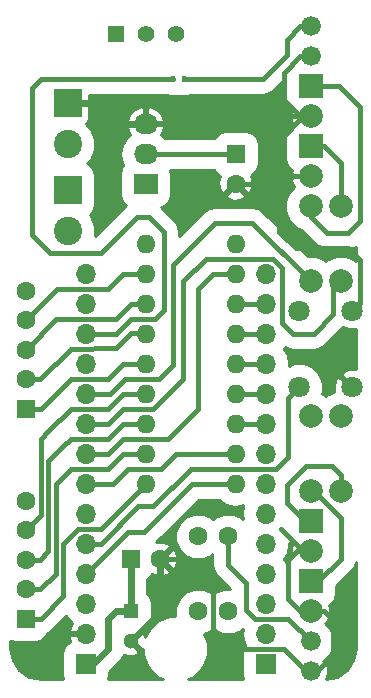
<source format=gbl>
G04 #@! TF.FileFunction,Copper,L2,Bot,Signal*
%FSLAX46Y46*%
G04 Gerber Fmt 4.6, Leading zero omitted, Abs format (unit mm)*
G04 Created by KiCad (PCBNEW 4.0.6) date 11/20/19 08:45:12*
%MOMM*%
%LPD*%
G01*
G04 APERTURE LIST*
%ADD10C,0.100000*%
%ADD11C,1.676400*%
%ADD12C,2.000000*%
%ADD13R,2.000000X2.000000*%
%ADD14R,1.600000X1.600000*%
%ADD15C,1.600000*%
%ADD16R,1.700000X1.700000*%
%ADD17O,1.700000X1.700000*%
%ADD18R,1.300000X1.300000*%
%ADD19C,1.300000*%
%ADD20O,1.600000X1.600000*%
%ADD21R,2.032000X1.727200*%
%ADD22O,2.032000X1.727200*%
%ADD23R,1.397000X1.397000*%
%ADD24C,1.397000*%
%ADD25C,2.400000*%
%ADD26R,2.400000X2.400000*%
%ADD27C,1.998980*%
%ADD28C,1.800000*%
%ADD29R,0.400000X0.600000*%
%ADD30C,0.406400*%
%ADD31C,0.609600*%
%ADD32C,0.254000*%
G04 APERTURE END LIST*
D10*
D11*
X148590000Y-116205000D03*
X148590000Y-113665000D03*
D12*
X148590000Y-106045000D03*
D13*
X148590000Y-103505000D03*
D14*
X124460000Y-111760000D03*
D15*
X124460000Y-109260000D03*
X124460000Y-106760000D03*
X124460000Y-104260000D03*
X124460000Y-101760000D03*
D14*
X133350000Y-106680000D03*
D15*
X135850000Y-106680000D03*
D16*
X144780000Y-115570000D03*
D17*
X144780000Y-113030000D03*
X144780000Y-110490000D03*
X144780000Y-107950000D03*
X144780000Y-105410000D03*
X144780000Y-102870000D03*
X144780000Y-100330000D03*
X144780000Y-97790000D03*
X144780000Y-95250000D03*
X144780000Y-92710000D03*
X144780000Y-90170000D03*
X144780000Y-87630000D03*
X144780000Y-85090000D03*
X144780000Y-82550000D03*
D18*
X133350000Y-111125000D03*
D19*
X133350000Y-113625000D03*
D20*
X142240000Y-100330000D03*
X142240000Y-97790000D03*
X142240000Y-95250000D03*
X142240000Y-92710000D03*
X142240000Y-90170000D03*
X142240000Y-87630000D03*
X142240000Y-85090000D03*
X142240000Y-82550000D03*
X142240000Y-80010000D03*
X134620000Y-80010000D03*
X134620000Y-82550000D03*
X134620000Y-85090000D03*
X134620000Y-87630000D03*
X134620000Y-90170000D03*
X134620000Y-92710000D03*
X134620000Y-95250000D03*
X134620000Y-97790000D03*
X134620000Y-100330000D03*
D14*
X124460000Y-93980000D03*
D15*
X124460000Y-91480000D03*
X124460000Y-88980000D03*
X124460000Y-86480000D03*
X124460000Y-83980000D03*
X142240000Y-74890000D03*
D14*
X142240000Y-72390000D03*
D21*
X134620000Y-74930000D03*
D22*
X134620000Y-72390000D03*
X134620000Y-69850000D03*
D23*
X132080000Y-62230000D03*
D24*
X134620000Y-62230000D03*
X137160000Y-62230000D03*
D25*
X128016000Y-71572000D03*
D26*
X128016000Y-68072000D03*
D25*
X128016000Y-78938000D03*
D26*
X128016000Y-75438000D03*
D12*
X148590000Y-74295000D03*
D13*
X148590000Y-71755000D03*
D27*
X148590000Y-94615000D03*
X148590000Y-100965000D03*
X151130000Y-83185000D03*
X151130000Y-76835000D03*
X151130000Y-94615000D03*
X151130000Y-100965000D03*
X148590000Y-83185000D03*
X148590000Y-76835000D03*
D15*
X141605000Y-111125000D03*
X141605000Y-104775000D03*
X139065000Y-111125000D03*
X139065000Y-104775000D03*
D28*
X147610000Y-85650000D03*
X152110000Y-85650000D03*
X147610000Y-92150000D03*
X152110000Y-92150000D03*
D16*
X129540000Y-115570000D03*
D17*
X129540000Y-113030000D03*
X129540000Y-110490000D03*
X129540000Y-107950000D03*
X129540000Y-105410000D03*
X129540000Y-102870000D03*
X129540000Y-100330000D03*
X129540000Y-97790000D03*
X129540000Y-95250000D03*
X129540000Y-92710000D03*
X129540000Y-90170000D03*
X129540000Y-87630000D03*
X129540000Y-85090000D03*
X129540000Y-82550000D03*
D29*
X136964000Y-66040000D03*
X137864000Y-66040000D03*
D12*
X148590000Y-111125000D03*
D13*
X148590000Y-108585000D03*
D12*
X148590000Y-69215000D03*
D13*
X148590000Y-66675000D03*
D11*
X148590000Y-64135000D03*
X148590000Y-61595000D03*
D30*
X142240000Y-74890000D02*
X143677000Y-74890000D01*
X143677000Y-74890000D02*
X145542000Y-73025000D01*
X148590000Y-116205000D02*
X148209000Y-116205000D01*
X148209000Y-116205000D02*
X146304000Y-114300000D01*
X137795000Y-106680000D02*
X135850000Y-106680000D01*
X140335000Y-109220000D02*
X137795000Y-106680000D01*
X140335000Y-112649000D02*
X140335000Y-109220000D01*
X141986000Y-114300000D02*
X140335000Y-112649000D01*
X146304000Y-114300000D02*
X141986000Y-114300000D01*
X134620000Y-69850000D02*
X146050000Y-69850000D01*
X146685000Y-69215000D02*
X148590000Y-69215000D01*
X146050000Y-69850000D02*
X146685000Y-69215000D01*
X148590000Y-106045000D02*
X147955000Y-106045000D01*
X147955000Y-106045000D02*
X146050000Y-104140000D01*
X148590000Y-116205000D02*
X149098000Y-116205000D01*
X149098000Y-116205000D02*
X150495000Y-114808000D01*
X150495000Y-114808000D02*
X150495000Y-111887000D01*
X150495000Y-111887000D02*
X149733000Y-111125000D01*
X149733000Y-111125000D02*
X148590000Y-111125000D01*
X148590000Y-69215000D02*
X147701000Y-69215000D01*
X147701000Y-69215000D02*
X146304000Y-67818000D01*
X147701000Y-64135000D02*
X148590000Y-64135000D01*
X146304000Y-65532000D02*
X147701000Y-64135000D01*
X146304000Y-67818000D02*
X146304000Y-65532000D01*
X147066000Y-74295000D02*
X145923000Y-75438000D01*
X152781000Y-84979000D02*
X152110000Y-85650000D01*
X152781000Y-81407000D02*
X152781000Y-84979000D01*
X151765000Y-80391000D02*
X152781000Y-81407000D01*
X147320000Y-80391000D02*
X151765000Y-80391000D01*
X145923000Y-78994000D02*
X147320000Y-80391000D01*
X145923000Y-75438000D02*
X145923000Y-78994000D01*
X148590000Y-69215000D02*
X147955000Y-69215000D01*
X147955000Y-69215000D02*
X145796000Y-71374000D01*
X147066000Y-74295000D02*
X148590000Y-74295000D01*
X145796000Y-73025000D02*
X147066000Y-74295000D01*
X145796000Y-71374000D02*
X145796000Y-73025000D01*
X148590000Y-111125000D02*
X147701000Y-111125000D01*
X147701000Y-111125000D02*
X146685000Y-110109000D01*
X147447000Y-106045000D02*
X148590000Y-106045000D01*
X146685000Y-106807000D02*
X147447000Y-106045000D01*
X146685000Y-110109000D02*
X146685000Y-106807000D01*
D31*
X133350000Y-113625000D02*
X133390000Y-113625000D01*
X133390000Y-113625000D02*
X135850000Y-111165000D01*
X135850000Y-111165000D02*
X135850000Y-106680000D01*
X134620000Y-69850000D02*
X132715000Y-69850000D01*
X132715000Y-69850000D02*
X130937000Y-68072000D01*
X130937000Y-68072000D02*
X128016000Y-68072000D01*
D30*
X129540000Y-100330000D02*
X131826000Y-100330000D01*
X137160000Y-97790000D02*
X142240000Y-97790000D01*
X135890000Y-99060000D02*
X137160000Y-97790000D01*
X133096000Y-99060000D02*
X135890000Y-99060000D01*
X131826000Y-100330000D02*
X133096000Y-99060000D01*
X146685000Y-95885000D02*
X146685000Y-98044000D01*
X146685000Y-95885000D02*
X146685000Y-93075000D01*
X147610000Y-92150000D02*
X146685000Y-93075000D01*
X145669000Y-99060000D02*
X138430000Y-99060000D01*
X146685000Y-98044000D02*
X145669000Y-99060000D01*
X129540000Y-105410000D02*
X130810000Y-105410000D01*
X135255000Y-102235000D02*
X138430000Y-99060000D01*
X133985000Y-102235000D02*
X135255000Y-102235000D01*
X130810000Y-105410000D02*
X133985000Y-102235000D01*
X129540000Y-107950000D02*
X133096000Y-104394000D01*
X138557000Y-100330000D02*
X142240000Y-100330000D01*
X134493000Y-104394000D02*
X138557000Y-100330000D01*
X133096000Y-104394000D02*
X134493000Y-104394000D01*
X127000000Y-104140000D02*
X127000000Y-107950000D01*
X134620000Y-97790000D02*
X132715000Y-97790000D01*
X127000000Y-102870000D02*
X127000000Y-104140000D01*
X127000000Y-100330000D02*
X127000000Y-102870000D01*
X128270000Y-99060000D02*
X127000000Y-100330000D01*
X131445000Y-99060000D02*
X128270000Y-99060000D01*
X132715000Y-97790000D02*
X131445000Y-99060000D01*
X125690000Y-109260000D02*
X124460000Y-109260000D01*
X127000000Y-107950000D02*
X125690000Y-109260000D01*
X130810000Y-104140000D02*
X128905000Y-104140000D01*
X132080000Y-102870000D02*
X130810000Y-104140000D01*
X134620000Y-100330000D02*
X132080000Y-102870000D01*
X125730000Y-111760000D02*
X124460000Y-111760000D01*
X127635000Y-109855000D02*
X125730000Y-111760000D01*
X127635000Y-105410000D02*
X127635000Y-109855000D01*
X128270000Y-104775000D02*
X127635000Y-105410000D01*
X128905000Y-104140000D02*
X128270000Y-104775000D01*
X124460000Y-91480000D02*
X125690000Y-91480000D01*
X133413500Y-87566500D02*
X134620000Y-87630000D01*
X132143500Y-88836500D02*
X133413500Y-87566500D01*
X128270000Y-88900000D02*
X132143500Y-88836500D01*
X125690000Y-91480000D02*
X128270000Y-88900000D01*
X124500000Y-91440000D02*
X124460000Y-91480000D01*
X124500000Y-91440000D02*
X124460000Y-91480000D01*
X134620000Y-90170000D02*
X132715000Y-90170000D01*
X125730000Y-93980000D02*
X124460000Y-93980000D01*
X128270000Y-91440000D02*
X125730000Y-93980000D01*
X131445000Y-91440000D02*
X128270000Y-91440000D01*
X132715000Y-90170000D02*
X131445000Y-91440000D01*
X126365000Y-103505000D02*
X126365000Y-106045000D01*
X126365000Y-102235000D02*
X126365000Y-103505000D01*
X125650000Y-106760000D02*
X124460000Y-106760000D01*
X126365000Y-106045000D02*
X125650000Y-106760000D01*
X124460000Y-106680000D02*
X124460000Y-106720000D01*
X124460000Y-106680000D02*
X124460000Y-106720000D01*
X127635000Y-97155000D02*
X126365000Y-98425000D01*
X132715000Y-95250000D02*
X131445000Y-96520000D01*
X131445000Y-96520000D02*
X128270000Y-96520000D01*
X128270000Y-96520000D02*
X127635000Y-97155000D01*
X134620000Y-95250000D02*
X132715000Y-95250000D01*
X126365000Y-98425000D02*
X126365000Y-102235000D01*
X126365000Y-102235000D02*
X126365000Y-102315000D01*
X125730000Y-100965000D02*
X125730000Y-102990000D01*
X125730000Y-96520000D02*
X125730000Y-99695000D01*
X125730000Y-99695000D02*
X125730000Y-100965000D01*
X134620000Y-92710000D02*
X132715000Y-92710000D01*
X126365000Y-95885000D02*
X125730000Y-96520000D01*
X125730000Y-102990000D02*
X124460000Y-104260000D01*
X124460000Y-104140000D02*
X124460000Y-104220000D01*
X128270000Y-93980000D02*
X126365000Y-95885000D01*
X131445000Y-93980000D02*
X128270000Y-93980000D01*
X132715000Y-92710000D02*
X131445000Y-93980000D01*
X134620000Y-85090000D02*
X133350000Y-85090000D01*
X127080000Y-86360000D02*
X124460000Y-88980000D01*
X132080000Y-86360000D02*
X127080000Y-86360000D01*
X133350000Y-85090000D02*
X132080000Y-86360000D01*
X134620000Y-82550000D02*
X132715000Y-82550000D01*
X127120000Y-83820000D02*
X124460000Y-86480000D01*
X131445000Y-83820000D02*
X127120000Y-83820000D01*
X132715000Y-82550000D02*
X131445000Y-83820000D01*
X142240000Y-95250000D02*
X144780000Y-95250000D01*
X142240000Y-92710000D02*
X144780000Y-92710000D01*
X129540000Y-92710000D02*
X131572000Y-92710000D01*
X143637000Y-78232000D02*
X148590000Y-83185000D01*
X140462000Y-78232000D02*
X143637000Y-78232000D01*
X136906000Y-81788000D02*
X140462000Y-78232000D01*
X136906000Y-90297000D02*
X136906000Y-81788000D01*
X135763000Y-91440000D02*
X136906000Y-90297000D01*
X132842000Y-91440000D02*
X135763000Y-91440000D01*
X131572000Y-92710000D02*
X132842000Y-91440000D01*
X148590000Y-83185000D02*
X148590000Y-83693000D01*
X148590000Y-82550000D02*
X148590000Y-83185000D01*
X149225000Y-108585000D02*
X151130000Y-106680000D01*
X151130000Y-103251000D02*
X148844000Y-100965000D01*
X151130000Y-106680000D02*
X151130000Y-103251000D01*
X148590000Y-108585000D02*
X149225000Y-108585000D01*
X148844000Y-100965000D02*
X148590000Y-100965000D01*
X151130000Y-76835000D02*
X151130000Y-73152000D01*
X149733000Y-71755000D02*
X148590000Y-71755000D01*
X151130000Y-73152000D02*
X149733000Y-71755000D01*
X148590000Y-103505000D02*
X148082000Y-103505000D01*
X148082000Y-103505000D02*
X146558000Y-101981000D01*
X146558000Y-101981000D02*
X146558000Y-100457000D01*
X146558000Y-100457000D02*
X148209000Y-98806000D01*
X148209000Y-98806000D02*
X150368000Y-98806000D01*
X150368000Y-98806000D02*
X151130000Y-99568000D01*
X151130000Y-99568000D02*
X151130000Y-100965000D01*
X148590000Y-76835000D02*
X148590000Y-77724000D01*
X148590000Y-77724000D02*
X149987000Y-79121000D01*
X149987000Y-79121000D02*
X151765000Y-79121000D01*
X151765000Y-79121000D02*
X152781000Y-78105000D01*
X152781000Y-78105000D02*
X152781000Y-68453000D01*
X152781000Y-68453000D02*
X151003000Y-66675000D01*
X151003000Y-66675000D02*
X148590000Y-66675000D01*
X129540000Y-97790000D02*
X131445000Y-97790000D01*
X140335000Y-82550000D02*
X142240000Y-82550000D01*
X139065000Y-83820000D02*
X140335000Y-82550000D01*
X139065000Y-93980000D02*
X139065000Y-83820000D01*
X136525000Y-96520000D02*
X139065000Y-93980000D01*
X132715000Y-96520000D02*
X136525000Y-96520000D01*
X131445000Y-97790000D02*
X132715000Y-96520000D01*
X141605000Y-104775000D02*
X141605000Y-107188000D01*
X146685000Y-111760000D02*
X148590000Y-113665000D01*
X143891000Y-111760000D02*
X146685000Y-111760000D01*
X143129000Y-110998000D02*
X143891000Y-111760000D01*
X143129000Y-108712000D02*
X143129000Y-110998000D01*
X141605000Y-107188000D02*
X143129000Y-108712000D01*
X147701000Y-61595000D02*
X148590000Y-61595000D01*
X147701000Y-61595000D02*
X146558000Y-62738000D01*
X146558000Y-62738000D02*
X146558000Y-64008000D01*
X137864000Y-66040000D02*
X144526000Y-66040000D01*
X146558000Y-64008000D02*
X144526000Y-66040000D01*
X134620000Y-72390000D02*
X142240000Y-72390000D01*
D31*
X133350000Y-111125000D02*
X133350000Y-106680000D01*
X129540000Y-115570000D02*
X130175000Y-115570000D01*
X130175000Y-115570000D02*
X131445000Y-114300000D01*
X132080000Y-111125000D02*
X133350000Y-111125000D01*
X131445000Y-111760000D02*
X132080000Y-111125000D01*
X131445000Y-114300000D02*
X131445000Y-111760000D01*
D30*
X142240000Y-90170000D02*
X144780000Y-90170000D01*
X142240000Y-87630000D02*
X144780000Y-87630000D01*
X142240000Y-85090000D02*
X144780000Y-85090000D01*
X139700000Y-81280000D02*
X145415000Y-81280000D01*
X131445000Y-95250000D02*
X132715000Y-93980000D01*
X132715000Y-93980000D02*
X135255000Y-93980000D01*
X135255000Y-93980000D02*
X137795000Y-91440000D01*
X137795000Y-91440000D02*
X137795000Y-83185000D01*
X137795000Y-83185000D02*
X139700000Y-81280000D01*
X129540000Y-95250000D02*
X131445000Y-95250000D01*
X150495000Y-85979000D02*
X150495000Y-83820000D01*
X148844000Y-87630000D02*
X150495000Y-85979000D01*
X147066000Y-87630000D02*
X148844000Y-87630000D01*
X146177000Y-86741000D02*
X147066000Y-87630000D01*
X146177000Y-82042000D02*
X146177000Y-86741000D01*
X145415000Y-81280000D02*
X146177000Y-82042000D01*
X150495000Y-83820000D02*
X151130000Y-83185000D01*
X151130000Y-82550000D02*
X151130000Y-83185000D01*
X125730000Y-66040000D02*
X124968000Y-66802000D01*
X124968000Y-66802000D02*
X124968000Y-79248000D01*
X124968000Y-79248000D02*
X126492000Y-80772000D01*
X126492000Y-80772000D02*
X130810000Y-80772000D01*
X130810000Y-80772000D02*
X133858000Y-77724000D01*
X133858000Y-77724000D02*
X134874000Y-77724000D01*
X134874000Y-77724000D02*
X136144000Y-78994000D01*
X136144000Y-78994000D02*
X136144000Y-85598000D01*
X136144000Y-85598000D02*
X135382000Y-86360000D01*
X135382000Y-86360000D02*
X133350000Y-86360000D01*
X125730000Y-66040000D02*
X136964000Y-66040000D01*
X129540000Y-87630000D02*
X132080000Y-87630000D01*
X133350000Y-86360000D02*
X132080000Y-87630000D01*
D32*
G36*
X140512017Y-112757678D02*
X141220014Y-113051665D01*
X141986622Y-113052334D01*
X142695132Y-112759584D01*
X142848513Y-112606470D01*
X142764268Y-113030000D01*
X142914758Y-113786565D01*
X143057656Y-114000426D01*
X142871452Y-114272944D01*
X142780921Y-114720000D01*
X142780921Y-116420000D01*
X142859506Y-116837641D01*
X142871320Y-116856000D01*
X138180516Y-116856000D01*
X138716846Y-116634393D01*
X139491672Y-115860918D01*
X139911521Y-114849808D01*
X139912477Y-113754995D01*
X139596547Y-112990386D01*
X140155132Y-112759584D01*
X140334839Y-112580190D01*
X140512017Y-112757678D01*
X140512017Y-112757678D01*
G37*
X140512017Y-112757678D02*
X141220014Y-113051665D01*
X141986622Y-113052334D01*
X142695132Y-112759584D01*
X142848513Y-112606470D01*
X142764268Y-113030000D01*
X142914758Y-113786565D01*
X143057656Y-114000426D01*
X142871452Y-114272944D01*
X142780921Y-114720000D01*
X142780921Y-116420000D01*
X142859506Y-116837641D01*
X142871320Y-116856000D01*
X138180516Y-116856000D01*
X138716846Y-116634393D01*
X139491672Y-115860918D01*
X139911521Y-114849808D01*
X139912477Y-113754995D01*
X139596547Y-112990386D01*
X140155132Y-112759584D01*
X140334839Y-112580190D01*
X140512017Y-112757678D01*
G36*
X133543748Y-113610858D02*
X133529605Y-113625000D01*
X134249016Y-114344410D01*
X134407994Y-114306022D01*
X134407523Y-114845005D01*
X134825607Y-115856846D01*
X135599082Y-116631672D01*
X136139325Y-116856000D01*
X131450787Y-116856000D01*
X131539079Y-116420000D01*
X131539079Y-116230791D01*
X132457435Y-115312436D01*
X132767811Y-114847927D01*
X132779892Y-114787190D01*
X133169078Y-114922622D01*
X133679428Y-114893083D01*
X134013729Y-114754611D01*
X134069410Y-114524016D01*
X133350000Y-113804605D01*
X133335858Y-113818748D01*
X133156253Y-113639143D01*
X133170395Y-113625000D01*
X133156253Y-113610858D01*
X133335858Y-113431252D01*
X133350000Y-113445395D01*
X133364142Y-113431252D01*
X133543748Y-113610858D01*
X133543748Y-113610858D01*
G37*
X133543748Y-113610858D02*
X133529605Y-113625000D01*
X134249016Y-114344410D01*
X134407994Y-114306022D01*
X134407523Y-114845005D01*
X134825607Y-115856846D01*
X135599082Y-116631672D01*
X136139325Y-116856000D01*
X131450787Y-116856000D01*
X131539079Y-116420000D01*
X131539079Y-116230791D01*
X132457435Y-115312436D01*
X132767811Y-114847927D01*
X132779892Y-114787190D01*
X133169078Y-114922622D01*
X133679428Y-114893083D01*
X134013729Y-114754611D01*
X134069410Y-114524016D01*
X133350000Y-113804605D01*
X133335858Y-113818748D01*
X133156253Y-113639143D01*
X133170395Y-113625000D01*
X133156253Y-113610858D01*
X133335858Y-113431252D01*
X133350000Y-113445395D01*
X133364142Y-113431252D01*
X133543748Y-113610858D01*
G36*
X128103318Y-111887950D02*
X128418373Y-112098463D01*
X128268355Y-112263076D01*
X128098524Y-112673110D01*
X128219845Y-112903000D01*
X129413000Y-112903000D01*
X129413000Y-112883000D01*
X129667000Y-112883000D01*
X129667000Y-112903000D01*
X129687000Y-112903000D01*
X129687000Y-113157000D01*
X129667000Y-113157000D01*
X129667000Y-113177000D01*
X129413000Y-113177000D01*
X129413000Y-113157000D01*
X128219845Y-113157000D01*
X128098524Y-113386890D01*
X128220988Y-113682562D01*
X127888781Y-113896331D01*
X127631452Y-114272944D01*
X127540921Y-114720000D01*
X127540921Y-116420000D01*
X127619506Y-116837641D01*
X127631320Y-116856000D01*
X125853509Y-116856000D01*
X124761262Y-116638739D01*
X123940007Y-116089993D01*
X123391262Y-115268738D01*
X123174000Y-114176491D01*
X123174000Y-113591939D01*
X123212944Y-113618548D01*
X123660000Y-113709079D01*
X125260000Y-113709079D01*
X125677641Y-113630494D01*
X126061219Y-113383669D01*
X126318548Y-113007056D01*
X126335230Y-112924676D01*
X126670593Y-112700593D01*
X127854948Y-111516238D01*
X128103318Y-111887950D01*
X128103318Y-111887950D01*
G37*
X128103318Y-111887950D02*
X128418373Y-112098463D01*
X128268355Y-112263076D01*
X128098524Y-112673110D01*
X128219845Y-112903000D01*
X129413000Y-112903000D01*
X129413000Y-112883000D01*
X129667000Y-112883000D01*
X129667000Y-112903000D01*
X129687000Y-112903000D01*
X129687000Y-113157000D01*
X129667000Y-113157000D01*
X129667000Y-113177000D01*
X129413000Y-113177000D01*
X129413000Y-113157000D01*
X128219845Y-113157000D01*
X128098524Y-113386890D01*
X128220988Y-113682562D01*
X127888781Y-113896331D01*
X127631452Y-114272944D01*
X127540921Y-114720000D01*
X127540921Y-116420000D01*
X127619506Y-116837641D01*
X127631320Y-116856000D01*
X125853509Y-116856000D01*
X124761262Y-116638739D01*
X123940007Y-116089993D01*
X123391262Y-115268738D01*
X123174000Y-114176491D01*
X123174000Y-113591939D01*
X123212944Y-113618548D01*
X123660000Y-113709079D01*
X125260000Y-113709079D01*
X125677641Y-113630494D01*
X126061219Y-113383669D01*
X126318548Y-113007056D01*
X126335230Y-112924676D01*
X126670593Y-112700593D01*
X127854948Y-111516238D01*
X128103318Y-111887950D01*
G36*
X152416000Y-114176491D02*
X152198739Y-115268738D01*
X151649993Y-116089993D01*
X150828738Y-116638738D01*
X149935419Y-116816431D01*
X150074977Y-116430903D01*
X150048389Y-115845431D01*
X149875490Y-115428017D01*
X149645091Y-115355395D01*
X149701742Y-115331987D01*
X150255044Y-114779650D01*
X150554859Y-114057617D01*
X150555541Y-113275812D01*
X150256987Y-112553258D01*
X149786297Y-112081746D01*
X150009387Y-111999264D01*
X150235908Y-111389539D01*
X150211856Y-110739540D01*
X150141393Y-110569427D01*
X150391219Y-110408669D01*
X150648548Y-110032056D01*
X150739079Y-109585000D01*
X150739079Y-108952107D01*
X152070594Y-107620593D01*
X152327230Y-107236510D01*
X152358945Y-107189046D01*
X152416000Y-106902210D01*
X152416000Y-114176491D01*
X152416000Y-114176491D01*
G37*
X152416000Y-114176491D02*
X152198739Y-115268738D01*
X151649993Y-116089993D01*
X150828738Y-116638738D01*
X149935419Y-116816431D01*
X150074977Y-116430903D01*
X150048389Y-115845431D01*
X149875490Y-115428017D01*
X149645091Y-115355395D01*
X149701742Y-115331987D01*
X150255044Y-114779650D01*
X150554859Y-114057617D01*
X150555541Y-113275812D01*
X150256987Y-112553258D01*
X149786297Y-112081746D01*
X150009387Y-111999264D01*
X150235908Y-111389539D01*
X150211856Y-110739540D01*
X150141393Y-110569427D01*
X150391219Y-110408669D01*
X150648548Y-110032056D01*
X150739079Y-109585000D01*
X150739079Y-108952107D01*
X152070594Y-107620593D01*
X152327230Y-107236510D01*
X152358945Y-107189046D01*
X152416000Y-106902210D01*
X152416000Y-114176491D01*
G36*
X148783748Y-116190858D02*
X148769605Y-116205000D01*
X148783748Y-116219143D01*
X148604143Y-116398748D01*
X148590000Y-116384605D01*
X148575858Y-116398748D01*
X148396253Y-116219143D01*
X148410395Y-116205000D01*
X148396253Y-116190858D01*
X148575858Y-116011253D01*
X148590000Y-116025395D01*
X148604143Y-116011253D01*
X148783748Y-116190858D01*
X148783748Y-116190858D01*
G37*
X148783748Y-116190858D02*
X148769605Y-116205000D01*
X148783748Y-116219143D01*
X148604143Y-116398748D01*
X148590000Y-116384605D01*
X148575858Y-116398748D01*
X148396253Y-116219143D01*
X148410395Y-116205000D01*
X148396253Y-116190858D01*
X148575858Y-116011253D01*
X148590000Y-116025395D01*
X148604143Y-116011253D01*
X148783748Y-116190858D01*
G36*
X140839653Y-101692595D02*
X141464817Y-102110316D01*
X142202248Y-102257000D01*
X142277752Y-102257000D01*
X142911267Y-102130986D01*
X142764268Y-102870000D01*
X142848410Y-103293012D01*
X142697983Y-103142322D01*
X141989986Y-102848335D01*
X141223378Y-102847666D01*
X140514868Y-103140416D01*
X140335161Y-103319810D01*
X140157983Y-103142322D01*
X139449986Y-102848335D01*
X138683378Y-102847666D01*
X137974868Y-103140416D01*
X137432322Y-103682017D01*
X137138335Y-104390014D01*
X137137666Y-105156622D01*
X137430416Y-105865132D01*
X137972017Y-106407678D01*
X138680014Y-106701665D01*
X139446622Y-106702334D01*
X140155132Y-106409584D01*
X140274800Y-106290124D01*
X140274800Y-107188000D01*
X140376055Y-107697046D01*
X140645153Y-108099778D01*
X140664407Y-108128593D01*
X141733925Y-109198112D01*
X141223378Y-109197666D01*
X140514868Y-109490416D01*
X140335161Y-109669810D01*
X140157983Y-109492322D01*
X139449986Y-109198335D01*
X138683378Y-109197666D01*
X137974868Y-109490416D01*
X137432322Y-110032017D01*
X137138335Y-110740014D01*
X137137666Y-111506622D01*
X137154761Y-111547994D01*
X136614995Y-111547523D01*
X135603154Y-111965607D01*
X134828328Y-112739082D01*
X134607681Y-113270460D01*
X134479611Y-112961271D01*
X134249018Y-112905590D01*
X134283960Y-112870648D01*
X134417641Y-112845494D01*
X134801219Y-112598669D01*
X135058548Y-112222056D01*
X135149079Y-111775000D01*
X135149079Y-110475000D01*
X135070494Y-110057359D01*
X134823669Y-109673781D01*
X134781800Y-109645173D01*
X134781800Y-108412687D01*
X134951219Y-108303669D01*
X135182621Y-107965001D01*
X135633223Y-108126965D01*
X136203454Y-108099778D01*
X136604005Y-107933864D01*
X136678139Y-107687745D01*
X135850000Y-106859605D01*
X135835858Y-106873748D01*
X135656253Y-106694143D01*
X135670395Y-106680000D01*
X136029605Y-106680000D01*
X136857745Y-107508139D01*
X137103864Y-107434005D01*
X137296965Y-106896777D01*
X137269778Y-106326546D01*
X137103864Y-105925995D01*
X136857745Y-105851861D01*
X136029605Y-106680000D01*
X135670395Y-106680000D01*
X135656253Y-106665858D01*
X135835858Y-106486252D01*
X135850000Y-106500395D01*
X136678139Y-105672255D01*
X136604005Y-105426136D01*
X136066777Y-105233035D01*
X135508536Y-105259650D01*
X139107986Y-101660200D01*
X140818007Y-101660200D01*
X140839653Y-101692595D01*
X140839653Y-101692595D01*
G37*
X140839653Y-101692595D02*
X141464817Y-102110316D01*
X142202248Y-102257000D01*
X142277752Y-102257000D01*
X142911267Y-102130986D01*
X142764268Y-102870000D01*
X142848410Y-103293012D01*
X142697983Y-103142322D01*
X141989986Y-102848335D01*
X141223378Y-102847666D01*
X140514868Y-103140416D01*
X140335161Y-103319810D01*
X140157983Y-103142322D01*
X139449986Y-102848335D01*
X138683378Y-102847666D01*
X137974868Y-103140416D01*
X137432322Y-103682017D01*
X137138335Y-104390014D01*
X137137666Y-105156622D01*
X137430416Y-105865132D01*
X137972017Y-106407678D01*
X138680014Y-106701665D01*
X139446622Y-106702334D01*
X140155132Y-106409584D01*
X140274800Y-106290124D01*
X140274800Y-107188000D01*
X140376055Y-107697046D01*
X140645153Y-108099778D01*
X140664407Y-108128593D01*
X141733925Y-109198112D01*
X141223378Y-109197666D01*
X140514868Y-109490416D01*
X140335161Y-109669810D01*
X140157983Y-109492322D01*
X139449986Y-109198335D01*
X138683378Y-109197666D01*
X137974868Y-109490416D01*
X137432322Y-110032017D01*
X137138335Y-110740014D01*
X137137666Y-111506622D01*
X137154761Y-111547994D01*
X136614995Y-111547523D01*
X135603154Y-111965607D01*
X134828328Y-112739082D01*
X134607681Y-113270460D01*
X134479611Y-112961271D01*
X134249018Y-112905590D01*
X134283960Y-112870648D01*
X134417641Y-112845494D01*
X134801219Y-112598669D01*
X135058548Y-112222056D01*
X135149079Y-111775000D01*
X135149079Y-110475000D01*
X135070494Y-110057359D01*
X134823669Y-109673781D01*
X134781800Y-109645173D01*
X134781800Y-108412687D01*
X134951219Y-108303669D01*
X135182621Y-107965001D01*
X135633223Y-108126965D01*
X136203454Y-108099778D01*
X136604005Y-107933864D01*
X136678139Y-107687745D01*
X135850000Y-106859605D01*
X135835858Y-106873748D01*
X135656253Y-106694143D01*
X135670395Y-106680000D01*
X136029605Y-106680000D01*
X136857745Y-107508139D01*
X137103864Y-107434005D01*
X137296965Y-106896777D01*
X137269778Y-106326546D01*
X137103864Y-105925995D01*
X136857745Y-105851861D01*
X136029605Y-106680000D01*
X135670395Y-106680000D01*
X135656253Y-106665858D01*
X135835858Y-106486252D01*
X135850000Y-106500395D01*
X136678139Y-105672255D01*
X136604005Y-105426136D01*
X136066777Y-105233035D01*
X135508536Y-105259650D01*
X139107986Y-101660200D01*
X140818007Y-101660200D01*
X140839653Y-101692595D01*
G36*
X148783748Y-111110858D02*
X148769605Y-111125000D01*
X148783748Y-111139143D01*
X148604143Y-111318748D01*
X148590000Y-111304605D01*
X148575858Y-111318748D01*
X148396253Y-111139143D01*
X148410395Y-111125000D01*
X148396253Y-111110858D01*
X148575858Y-110931253D01*
X148590000Y-110945395D01*
X148604143Y-110931253D01*
X148783748Y-111110858D01*
X148783748Y-111110858D01*
G37*
X148783748Y-111110858D02*
X148769605Y-111125000D01*
X148783748Y-111139143D01*
X148604143Y-111318748D01*
X148590000Y-111304605D01*
X148575858Y-111318748D01*
X148396253Y-111139143D01*
X148410395Y-111125000D01*
X148396253Y-111110858D01*
X148575858Y-110931253D01*
X148590000Y-110945395D01*
X148604143Y-110931253D01*
X148783748Y-111110858D01*
G36*
X147048621Y-105499100D02*
X146944092Y-105780461D01*
X146968144Y-106430460D01*
X147038607Y-106600573D01*
X146788781Y-106761331D01*
X146570236Y-107081181D01*
X146302176Y-106680000D01*
X146645242Y-106166565D01*
X146795732Y-105410000D01*
X146776466Y-105313144D01*
X147048621Y-105499100D01*
X147048621Y-105499100D01*
G37*
X147048621Y-105499100D02*
X146944092Y-105780461D01*
X146968144Y-106430460D01*
X147038607Y-106600573D01*
X146788781Y-106761331D01*
X146570236Y-107081181D01*
X146302176Y-106680000D01*
X146645242Y-106166565D01*
X146795732Y-105410000D01*
X146776466Y-105313144D01*
X147048621Y-105499100D01*
G36*
X148783748Y-106030858D02*
X148769605Y-106045000D01*
X148783748Y-106059143D01*
X148604143Y-106238748D01*
X148590000Y-106224605D01*
X148575858Y-106238748D01*
X148396253Y-106059143D01*
X148410395Y-106045000D01*
X148396253Y-106030858D01*
X148575858Y-105851253D01*
X148590000Y-105865395D01*
X148604143Y-105851253D01*
X148783748Y-106030858D01*
X148783748Y-106030858D01*
G37*
X148783748Y-106030858D02*
X148769605Y-106045000D01*
X148783748Y-106059143D01*
X148604143Y-106238748D01*
X148590000Y-106224605D01*
X148575858Y-106238748D01*
X148396253Y-106059143D01*
X148410395Y-106045000D01*
X148396253Y-106030858D01*
X148575858Y-105851253D01*
X148590000Y-105865395D01*
X148604143Y-105851253D01*
X148783748Y-106030858D01*
G36*
X151869336Y-87196458D02*
X152416000Y-87173504D01*
X152416000Y-90627446D01*
X152350664Y-90603542D01*
X151740540Y-90629161D01*
X151295852Y-90813357D01*
X151209446Y-91069841D01*
X152110000Y-91970395D01*
X152124143Y-91956253D01*
X152303748Y-92135858D01*
X152289605Y-92150000D01*
X152303748Y-92164143D01*
X152124143Y-92343748D01*
X152110000Y-92329605D01*
X152095858Y-92343748D01*
X151916253Y-92164143D01*
X151930395Y-92150000D01*
X151029841Y-91249446D01*
X150773357Y-91335852D01*
X150563542Y-91909336D01*
X150589161Y-92519460D01*
X150595579Y-92534953D01*
X149927014Y-92811199D01*
X149860408Y-92877689D01*
X149796132Y-92813301D01*
X149568606Y-92718824D01*
X149636647Y-92554964D01*
X149637351Y-91748574D01*
X149329409Y-91003297D01*
X148759702Y-90432595D01*
X148014964Y-90123353D01*
X147208574Y-90122649D01*
X146769025Y-90304267D01*
X146795732Y-90170000D01*
X146645242Y-89413435D01*
X146302176Y-88900000D01*
X146399780Y-88753924D01*
X146556954Y-88858945D01*
X147066000Y-88960200D01*
X148844000Y-88960200D01*
X149353046Y-88858945D01*
X149784593Y-88570593D01*
X151349073Y-87006114D01*
X151869336Y-87196458D01*
X151869336Y-87196458D01*
G37*
X151869336Y-87196458D02*
X152416000Y-87173504D01*
X152416000Y-90627446D01*
X152350664Y-90603542D01*
X151740540Y-90629161D01*
X151295852Y-90813357D01*
X151209446Y-91069841D01*
X152110000Y-91970395D01*
X152124143Y-91956253D01*
X152303748Y-92135858D01*
X152289605Y-92150000D01*
X152303748Y-92164143D01*
X152124143Y-92343748D01*
X152110000Y-92329605D01*
X152095858Y-92343748D01*
X151916253Y-92164143D01*
X151930395Y-92150000D01*
X151029841Y-91249446D01*
X150773357Y-91335852D01*
X150563542Y-91909336D01*
X150589161Y-92519460D01*
X150595579Y-92534953D01*
X149927014Y-92811199D01*
X149860408Y-92877689D01*
X149796132Y-92813301D01*
X149568606Y-92718824D01*
X149636647Y-92554964D01*
X149637351Y-91748574D01*
X149329409Y-91003297D01*
X148759702Y-90432595D01*
X148014964Y-90123353D01*
X147208574Y-90122649D01*
X146769025Y-90304267D01*
X146795732Y-90170000D01*
X146645242Y-89413435D01*
X146302176Y-88900000D01*
X146399780Y-88753924D01*
X146556954Y-88858945D01*
X147066000Y-88960200D01*
X148844000Y-88960200D01*
X149353046Y-88858945D01*
X149784593Y-88570593D01*
X151349073Y-87006114D01*
X151869336Y-87196458D01*
G36*
X152303748Y-85635858D02*
X152289605Y-85650000D01*
X152303748Y-85664143D01*
X152124143Y-85843748D01*
X152110000Y-85829605D01*
X152095858Y-85843748D01*
X151916253Y-85664143D01*
X151930395Y-85650000D01*
X151916253Y-85635858D01*
X152095858Y-85456253D01*
X152110000Y-85470395D01*
X152124143Y-85456253D01*
X152303748Y-85635858D01*
X152303748Y-85635858D01*
G37*
X152303748Y-85635858D02*
X152289605Y-85650000D01*
X152303748Y-85664143D01*
X152124143Y-85843748D01*
X152110000Y-85829605D01*
X152095858Y-85843748D01*
X151916253Y-85664143D01*
X151930395Y-85650000D01*
X151916253Y-85635858D01*
X152095858Y-85456253D01*
X152110000Y-85470395D01*
X152124143Y-85456253D01*
X152303748Y-85635858D01*
G36*
X146440921Y-67675000D02*
X146519506Y-68092641D01*
X146766331Y-68476219D01*
X147048621Y-68669100D01*
X146944092Y-68950461D01*
X146968144Y-69600460D01*
X147038607Y-69770573D01*
X146788781Y-69931331D01*
X146531452Y-70307944D01*
X146440921Y-70755000D01*
X146440921Y-72755000D01*
X146519506Y-73172641D01*
X146766331Y-73556219D01*
X147048621Y-73749100D01*
X146944092Y-74030461D01*
X146968144Y-74680460D01*
X147170613Y-75169264D01*
X147227601Y-75190334D01*
X146788301Y-75628868D01*
X146463880Y-76410159D01*
X146463142Y-77256129D01*
X146786199Y-78037986D01*
X147383868Y-78636699D01*
X147790263Y-78805449D01*
X149046406Y-80061593D01*
X149287886Y-80222945D01*
X149477954Y-80349945D01*
X149987000Y-80451200D01*
X151765000Y-80451200D01*
X152274046Y-80349945D01*
X152416000Y-80255094D01*
X152416000Y-81463309D01*
X152336132Y-81383301D01*
X151554841Y-81058880D01*
X150708871Y-81058142D01*
X149927014Y-81381199D01*
X149860408Y-81447689D01*
X149796132Y-81383301D01*
X149014841Y-81058880D01*
X148344482Y-81058295D01*
X144577593Y-77291407D01*
X144463175Y-77214955D01*
X144146046Y-77003055D01*
X143637000Y-76901800D01*
X140462000Y-76901800D01*
X139952954Y-77003055D01*
X139521406Y-77291407D01*
X137474200Y-79338614D01*
X137474200Y-78994000D01*
X137372945Y-78484954D01*
X137365024Y-78473100D01*
X137084593Y-78053406D01*
X135920359Y-76889173D01*
X136053641Y-76864094D01*
X136437219Y-76617269D01*
X136694548Y-76240656D01*
X136763989Y-75897745D01*
X141411861Y-75897745D01*
X141485995Y-76143864D01*
X142023223Y-76336965D01*
X142593454Y-76309778D01*
X142994005Y-76143864D01*
X143068139Y-75897745D01*
X142240000Y-75069605D01*
X141411861Y-75897745D01*
X136763989Y-75897745D01*
X136785079Y-75793600D01*
X136785079Y-74066400D01*
X136719937Y-73720200D01*
X140441936Y-73720200D01*
X140616331Y-73991219D01*
X140954999Y-74222621D01*
X140793035Y-74673223D01*
X140820222Y-75243454D01*
X140986136Y-75644005D01*
X141232255Y-75718139D01*
X142060395Y-74890000D01*
X142046252Y-74875858D01*
X142225858Y-74696253D01*
X142240000Y-74710395D01*
X142254143Y-74696253D01*
X142433748Y-74875858D01*
X142419605Y-74890000D01*
X143247745Y-75718139D01*
X143493864Y-75644005D01*
X143686965Y-75106777D01*
X143659778Y-74536546D01*
X143526958Y-74215890D01*
X143841219Y-74013669D01*
X144098548Y-73637056D01*
X144189079Y-73190000D01*
X144189079Y-71590000D01*
X144110494Y-71172359D01*
X143863669Y-70788781D01*
X143487056Y-70531452D01*
X143040000Y-70440921D01*
X141440000Y-70440921D01*
X141022359Y-70519506D01*
X140638781Y-70766331D01*
X140438262Y-71059800D01*
X136273646Y-71059800D01*
X136221951Y-70982433D01*
X135930686Y-70787816D01*
X135970732Y-70752036D01*
X136224709Y-70224791D01*
X136227358Y-70209026D01*
X136106217Y-69977000D01*
X134747000Y-69977000D01*
X134747000Y-69997000D01*
X134493000Y-69997000D01*
X134493000Y-69977000D01*
X133133783Y-69977000D01*
X133012642Y-70209026D01*
X133015291Y-70224791D01*
X133269268Y-70752036D01*
X133309314Y-70787816D01*
X133018049Y-70982433D01*
X132586541Y-71628230D01*
X132435016Y-72390000D01*
X132586541Y-73151770D01*
X132724182Y-73357764D01*
X132545452Y-73619344D01*
X132454921Y-74066400D01*
X132454921Y-75793600D01*
X132533506Y-76211241D01*
X132780331Y-76594819D01*
X132987648Y-76736473D01*
X132917407Y-76783407D01*
X130342635Y-79358179D01*
X130343403Y-78477162D01*
X129989885Y-77621582D01*
X129903378Y-77534924D01*
X130017219Y-77461669D01*
X130274548Y-77085056D01*
X130365079Y-76638000D01*
X130365079Y-74238000D01*
X130286494Y-73820359D01*
X130039669Y-73436781D01*
X129684686Y-73194231D01*
X129987585Y-72891861D01*
X130342596Y-72036900D01*
X130343403Y-71111162D01*
X129989885Y-70255582D01*
X129554268Y-69819204D01*
X129575699Y-69810327D01*
X129754327Y-69631698D01*
X129812616Y-69490974D01*
X133012642Y-69490974D01*
X133133783Y-69723000D01*
X134493000Y-69723000D01*
X134493000Y-68509076D01*
X134747000Y-68509076D01*
X134747000Y-69723000D01*
X136106217Y-69723000D01*
X136227358Y-69490974D01*
X136224709Y-69475209D01*
X135970732Y-68947964D01*
X135534320Y-68558046D01*
X134981913Y-68364816D01*
X134747000Y-68509076D01*
X134493000Y-68509076D01*
X134258087Y-68364816D01*
X133705680Y-68558046D01*
X133269268Y-68947964D01*
X133015291Y-69475209D01*
X133012642Y-69490974D01*
X129812616Y-69490974D01*
X129851000Y-69398309D01*
X129851000Y-68357750D01*
X129692250Y-68199000D01*
X128143000Y-68199000D01*
X128143000Y-68219000D01*
X127889000Y-68219000D01*
X127889000Y-68199000D01*
X127869000Y-68199000D01*
X127869000Y-67945000D01*
X127889000Y-67945000D01*
X127889000Y-67925000D01*
X128143000Y-67925000D01*
X128143000Y-67945000D01*
X129692250Y-67945000D01*
X129851000Y-67786250D01*
X129851000Y-67370200D01*
X136275455Y-67370200D01*
X136316944Y-67398548D01*
X136764000Y-67489079D01*
X137164000Y-67489079D01*
X137423177Y-67440311D01*
X137664000Y-67489079D01*
X138064000Y-67489079D01*
X138481641Y-67410494D01*
X138544260Y-67370200D01*
X144526000Y-67370200D01*
X145035046Y-67268945D01*
X145466593Y-66980593D01*
X146440921Y-66006265D01*
X146440921Y-67675000D01*
X146440921Y-67675000D01*
G37*
X146440921Y-67675000D02*
X146519506Y-68092641D01*
X146766331Y-68476219D01*
X147048621Y-68669100D01*
X146944092Y-68950461D01*
X146968144Y-69600460D01*
X147038607Y-69770573D01*
X146788781Y-69931331D01*
X146531452Y-70307944D01*
X146440921Y-70755000D01*
X146440921Y-72755000D01*
X146519506Y-73172641D01*
X146766331Y-73556219D01*
X147048621Y-73749100D01*
X146944092Y-74030461D01*
X146968144Y-74680460D01*
X147170613Y-75169264D01*
X147227601Y-75190334D01*
X146788301Y-75628868D01*
X146463880Y-76410159D01*
X146463142Y-77256129D01*
X146786199Y-78037986D01*
X147383868Y-78636699D01*
X147790263Y-78805449D01*
X149046406Y-80061593D01*
X149287886Y-80222945D01*
X149477954Y-80349945D01*
X149987000Y-80451200D01*
X151765000Y-80451200D01*
X152274046Y-80349945D01*
X152416000Y-80255094D01*
X152416000Y-81463309D01*
X152336132Y-81383301D01*
X151554841Y-81058880D01*
X150708871Y-81058142D01*
X149927014Y-81381199D01*
X149860408Y-81447689D01*
X149796132Y-81383301D01*
X149014841Y-81058880D01*
X148344482Y-81058295D01*
X144577593Y-77291407D01*
X144463175Y-77214955D01*
X144146046Y-77003055D01*
X143637000Y-76901800D01*
X140462000Y-76901800D01*
X139952954Y-77003055D01*
X139521406Y-77291407D01*
X137474200Y-79338614D01*
X137474200Y-78994000D01*
X137372945Y-78484954D01*
X137365024Y-78473100D01*
X137084593Y-78053406D01*
X135920359Y-76889173D01*
X136053641Y-76864094D01*
X136437219Y-76617269D01*
X136694548Y-76240656D01*
X136763989Y-75897745D01*
X141411861Y-75897745D01*
X141485995Y-76143864D01*
X142023223Y-76336965D01*
X142593454Y-76309778D01*
X142994005Y-76143864D01*
X143068139Y-75897745D01*
X142240000Y-75069605D01*
X141411861Y-75897745D01*
X136763989Y-75897745D01*
X136785079Y-75793600D01*
X136785079Y-74066400D01*
X136719937Y-73720200D01*
X140441936Y-73720200D01*
X140616331Y-73991219D01*
X140954999Y-74222621D01*
X140793035Y-74673223D01*
X140820222Y-75243454D01*
X140986136Y-75644005D01*
X141232255Y-75718139D01*
X142060395Y-74890000D01*
X142046252Y-74875858D01*
X142225858Y-74696253D01*
X142240000Y-74710395D01*
X142254143Y-74696253D01*
X142433748Y-74875858D01*
X142419605Y-74890000D01*
X143247745Y-75718139D01*
X143493864Y-75644005D01*
X143686965Y-75106777D01*
X143659778Y-74536546D01*
X143526958Y-74215890D01*
X143841219Y-74013669D01*
X144098548Y-73637056D01*
X144189079Y-73190000D01*
X144189079Y-71590000D01*
X144110494Y-71172359D01*
X143863669Y-70788781D01*
X143487056Y-70531452D01*
X143040000Y-70440921D01*
X141440000Y-70440921D01*
X141022359Y-70519506D01*
X140638781Y-70766331D01*
X140438262Y-71059800D01*
X136273646Y-71059800D01*
X136221951Y-70982433D01*
X135930686Y-70787816D01*
X135970732Y-70752036D01*
X136224709Y-70224791D01*
X136227358Y-70209026D01*
X136106217Y-69977000D01*
X134747000Y-69977000D01*
X134747000Y-69997000D01*
X134493000Y-69997000D01*
X134493000Y-69977000D01*
X133133783Y-69977000D01*
X133012642Y-70209026D01*
X133015291Y-70224791D01*
X133269268Y-70752036D01*
X133309314Y-70787816D01*
X133018049Y-70982433D01*
X132586541Y-71628230D01*
X132435016Y-72390000D01*
X132586541Y-73151770D01*
X132724182Y-73357764D01*
X132545452Y-73619344D01*
X132454921Y-74066400D01*
X132454921Y-75793600D01*
X132533506Y-76211241D01*
X132780331Y-76594819D01*
X132987648Y-76736473D01*
X132917407Y-76783407D01*
X130342635Y-79358179D01*
X130343403Y-78477162D01*
X129989885Y-77621582D01*
X129903378Y-77534924D01*
X130017219Y-77461669D01*
X130274548Y-77085056D01*
X130365079Y-76638000D01*
X130365079Y-74238000D01*
X130286494Y-73820359D01*
X130039669Y-73436781D01*
X129684686Y-73194231D01*
X129987585Y-72891861D01*
X130342596Y-72036900D01*
X130343403Y-71111162D01*
X129989885Y-70255582D01*
X129554268Y-69819204D01*
X129575699Y-69810327D01*
X129754327Y-69631698D01*
X129812616Y-69490974D01*
X133012642Y-69490974D01*
X133133783Y-69723000D01*
X134493000Y-69723000D01*
X134493000Y-68509076D01*
X134747000Y-68509076D01*
X134747000Y-69723000D01*
X136106217Y-69723000D01*
X136227358Y-69490974D01*
X136224709Y-69475209D01*
X135970732Y-68947964D01*
X135534320Y-68558046D01*
X134981913Y-68364816D01*
X134747000Y-68509076D01*
X134493000Y-68509076D01*
X134258087Y-68364816D01*
X133705680Y-68558046D01*
X133269268Y-68947964D01*
X133015291Y-69475209D01*
X133012642Y-69490974D01*
X129812616Y-69490974D01*
X129851000Y-69398309D01*
X129851000Y-68357750D01*
X129692250Y-68199000D01*
X128143000Y-68199000D01*
X128143000Y-68219000D01*
X127889000Y-68219000D01*
X127889000Y-68199000D01*
X127869000Y-68199000D01*
X127869000Y-67945000D01*
X127889000Y-67945000D01*
X127889000Y-67925000D01*
X128143000Y-67925000D01*
X128143000Y-67945000D01*
X129692250Y-67945000D01*
X129851000Y-67786250D01*
X129851000Y-67370200D01*
X136275455Y-67370200D01*
X136316944Y-67398548D01*
X136764000Y-67489079D01*
X137164000Y-67489079D01*
X137423177Y-67440311D01*
X137664000Y-67489079D01*
X138064000Y-67489079D01*
X138481641Y-67410494D01*
X138544260Y-67370200D01*
X144526000Y-67370200D01*
X145035046Y-67268945D01*
X145466593Y-66980593D01*
X146440921Y-66006265D01*
X146440921Y-67675000D01*
G36*
X148783748Y-74280858D02*
X148769605Y-74295000D01*
X148783748Y-74309143D01*
X148604143Y-74488748D01*
X148590000Y-74474605D01*
X148575858Y-74488748D01*
X148396253Y-74309143D01*
X148410395Y-74295000D01*
X148396253Y-74280858D01*
X148575858Y-74101253D01*
X148590000Y-74115395D01*
X148604143Y-74101253D01*
X148783748Y-74280858D01*
X148783748Y-74280858D01*
G37*
X148783748Y-74280858D02*
X148769605Y-74295000D01*
X148783748Y-74309143D01*
X148604143Y-74488748D01*
X148590000Y-74474605D01*
X148575858Y-74488748D01*
X148396253Y-74309143D01*
X148410395Y-74295000D01*
X148396253Y-74280858D01*
X148575858Y-74101253D01*
X148590000Y-74115395D01*
X148604143Y-74101253D01*
X148783748Y-74280858D01*
G36*
X148783748Y-69200858D02*
X148769605Y-69215000D01*
X148783748Y-69229143D01*
X148604143Y-69408748D01*
X148590000Y-69394605D01*
X148575858Y-69408748D01*
X148396253Y-69229143D01*
X148410395Y-69215000D01*
X148396253Y-69200858D01*
X148575858Y-69021253D01*
X148590000Y-69035395D01*
X148604143Y-69021253D01*
X148783748Y-69200858D01*
X148783748Y-69200858D01*
G37*
X148783748Y-69200858D02*
X148769605Y-69215000D01*
X148783748Y-69229143D01*
X148604143Y-69408748D01*
X148590000Y-69394605D01*
X148575858Y-69408748D01*
X148396253Y-69229143D01*
X148410395Y-69215000D01*
X148396253Y-69200858D01*
X148575858Y-69021253D01*
X148590000Y-69035395D01*
X148604143Y-69021253D01*
X148783748Y-69200858D01*
G36*
X148783748Y-64120858D02*
X148769605Y-64135000D01*
X148783748Y-64149143D01*
X148604143Y-64328748D01*
X148590000Y-64314605D01*
X148575858Y-64328748D01*
X148396253Y-64149143D01*
X148410395Y-64135000D01*
X148396253Y-64120858D01*
X148575858Y-63941253D01*
X148590000Y-63955395D01*
X148604143Y-63941253D01*
X148783748Y-64120858D01*
X148783748Y-64120858D01*
G37*
X148783748Y-64120858D02*
X148769605Y-64135000D01*
X148783748Y-64149143D01*
X148604143Y-64328748D01*
X148590000Y-64314605D01*
X148575858Y-64328748D01*
X148396253Y-64149143D01*
X148410395Y-64135000D01*
X148396253Y-64120858D01*
X148575858Y-63941253D01*
X148590000Y-63955395D01*
X148604143Y-63941253D01*
X148783748Y-64120858D01*
M02*

</source>
